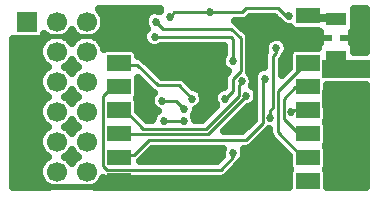
<source format=gbl>
G04 DipTrace Beta 2.3.5.2*
%IN4chRemix.GBL*%
%MOIN*%
%ADD13C,0.01*%
%ADD14C,0.015*%
%ADD15C,0.018*%
%ADD16C,0.02*%
%ADD17C,0.025*%
%ADD18C,0.028*%
%ADD32R,0.16X0.06*%
%ADD33R,0.071X0.041*%
%ADD34R,0.049X0.024*%
%ADD37R,0.0669X0.0669*%
%ADD38C,0.0669*%
%ADD39C,0.027*%
%FSLAX44Y44*%
G04*
G70*
G90*
G75*
G01*
%LNBottom*%
%LPD*%
X3826Y4425D2*
D13*
X3888Y4363D1*
X4437D1*
X5125Y3676D1*
X5812D1*
X6250Y3238D1*
X3826Y3638D2*
X3676Y3488D1*
X3448D1*
X3290Y3330D1*
Y1000D1*
X3427Y863D1*
X7213D1*
X7625Y1275D1*
Y1426D1*
X750Y4801D2*
D15*
X1259Y5310D1*
X3260D1*
X3357Y5213D1*
X3826D1*
X750Y801D2*
D16*
X1261Y290D1*
X3300D1*
X3498Y488D1*
X3826D1*
X7940Y2540D2*
D14*
X8330Y2930D1*
Y3170D1*
X8350Y3150D1*
Y3690D1*
X8300D1*
X3826Y1276D2*
D13*
X3913Y1363D1*
X4312D1*
X4812Y1863D1*
X8063D1*
X8610Y2411D1*
Y3770D1*
X8690Y3850D1*
Y3900D1*
X3826Y2063D2*
X3838Y2051D1*
X6791D1*
X8070Y3330D1*
X10125Y6000D2*
X10187Y5938D1*
D18*
X11062D1*
Y5905D1*
Y4625D2*
D13*
X11400Y4287D1*
Y4230D1*
X10125Y3638D2*
X10100Y3613D1*
X9688D1*
X9313Y3238D1*
Y2551D1*
X9812Y2051D1*
X10125D1*
Y2063D1*
Y4425D2*
X10063Y4363D1*
X10000D1*
X9125Y3488D1*
Y2113D1*
X9938Y1301D1*
X10125D1*
Y1276D1*
X6000Y2890D2*
X5720Y3170D1*
X5270D1*
X5980Y2500D2*
X5320D1*
X7375Y3238D2*
X7625Y3488D1*
Y3885D1*
X7880Y4140D1*
Y5240D1*
X7560Y5560D1*
X5303D1*
X5063Y5801D1*
X7910Y3820D2*
Y3770D1*
X7812Y3672D1*
Y3322D1*
X6728Y2238D1*
X4625D1*
X4013Y2850D1*
X3826D1*
X7630Y4488D2*
Y5210D1*
X7550Y5290D1*
X5010D1*
X9563Y2801D2*
X9612Y2850D1*
X10125D1*
X9070Y4926D2*
Y4760D1*
X8960Y4650D1*
Y2930D1*
X8875Y2845D1*
Y2600D1*
X5510Y5970D2*
X5653Y6113D1*
X6875D1*
X7933D1*
X8070Y6250D1*
X9120D1*
X9380Y5990D1*
X9500D1*
D39*
X6250Y3238D3*
X7625Y1426D3*
X8690Y3900D3*
X8070Y3330D3*
X6000Y2890D3*
X5270Y3170D3*
X5980Y2500D3*
X5320D3*
X7375Y3238D3*
X5063Y5801D3*
X7910Y3820D3*
X7630Y4488D3*
X5010Y5290D3*
D3*
X9563Y2801D3*
X9070Y4926D3*
X8875Y2600D3*
X5510Y5970D3*
X6875Y6113D3*
X9500Y5990D3*
X7940Y2540D3*
X8570Y1570D3*
X7940Y460D3*
X5820Y1570D3*
X11890Y6020D3*
X9940Y5260D3*
X11940Y360D3*
X4520Y3860D3*
X4880Y4450D3*
X5830Y310D3*
X9020Y5970D3*
X8260Y5600D3*
X8300Y3690D3*
X3331Y5966D2*
D17*
X4696D1*
X11687D2*
X12039D1*
X3347Y5718D2*
X4668D1*
X7843D2*
X9211D1*
X11687D2*
X12039D1*
X3249Y5469D2*
X4649D1*
X8093D2*
X10438D1*
X11687D2*
X12039D1*
X310Y5220D2*
X1324D1*
X2175D2*
X2324D1*
X3175D2*
X4614D1*
X8199D2*
X8805D1*
X9335D2*
X10492D1*
X11632D2*
X12039D1*
X310Y4972D2*
X1172D1*
X3328D2*
X4778D1*
X5242D2*
X7309D1*
X8199D2*
X8668D1*
X9472D2*
X10438D1*
X11687D2*
X12039D1*
X310Y4723D2*
X1153D1*
X4484D2*
X7305D1*
X8199D2*
X8649D1*
X310Y4474D2*
X1246D1*
X4769D2*
X7227D1*
X8199D2*
X8641D1*
X9281D2*
X9461D1*
X310Y4225D2*
X1332D1*
X2167D2*
X2332D1*
X5019D2*
X7332D1*
X8199D2*
X8469D1*
X9281D2*
X9422D1*
X310Y3977D2*
X1172D1*
X5265D2*
X7321D1*
X310Y3728D2*
X1149D1*
X4488D2*
X4632D1*
X6203D2*
X7305D1*
X310Y3479D2*
X1242D1*
X4488D2*
X4879D1*
X6570D2*
X7055D1*
X10789D2*
X12039D1*
X310Y3231D2*
X1336D1*
X2164D2*
X2336D1*
X4456D2*
X4871D1*
X6656D2*
X6969D1*
X10753D2*
X12039D1*
X310Y2982D2*
X1176D1*
X4488D2*
X4914D1*
X6554D2*
X7031D1*
X10789D2*
X12039D1*
X310Y2733D2*
X1149D1*
X4574D2*
X4996D1*
X6371D2*
X6781D1*
X7914D2*
X8289D1*
X10789D2*
X12039D1*
X310Y2485D2*
X1239D1*
X7667D2*
X8242D1*
X10761D2*
X12039D1*
X310Y2236D2*
X1344D1*
X2156D2*
X2344D1*
X7417D2*
X7992D1*
X10789D2*
X12039D1*
X310Y1987D2*
X1176D1*
X8628D2*
X8832D1*
X10789D2*
X12039D1*
X310Y1739D2*
X1149D1*
X8378D2*
X9059D1*
X10781D2*
X12039D1*
X310Y1490D2*
X1235D1*
X4882D2*
X7227D1*
X8023D2*
X9305D1*
X10789D2*
X12039D1*
X310Y1241D2*
X1348D1*
X2152D2*
X2348D1*
X4632D2*
X7149D1*
X7984D2*
X9461D1*
X10789D2*
X12039D1*
X310Y993D2*
X1180D1*
X7785D2*
X9461D1*
X10789D2*
X12039D1*
X310Y744D2*
X1149D1*
X7535D2*
X9461D1*
X10789D2*
X12039D1*
X310Y495D2*
X1231D1*
X3269D2*
X9461D1*
X10789D2*
X12039D1*
X11609Y5075D2*
X11662D1*
Y4774D1*
X12062Y4775D1*
X12065Y5285D1*
Y6215D1*
X11663D1*
X11662Y5455D1*
X11604D1*
X11607Y5072D1*
X10462Y4929D2*
Y5075D1*
X10521D1*
X10518Y5458D1*
X10462Y5455D1*
Y5498D1*
X9731Y5499D1*
X9609Y5533D1*
X9527Y5611D1*
X9472D1*
X9351Y5640D1*
X9246Y5707D1*
X8997Y5955D1*
X8190Y5953D1*
X8142Y5905D1*
X8034Y5837D1*
X7933Y5818D1*
X7703D1*
X7769Y5769D1*
X8089Y5449D1*
X8156Y5341D1*
X8175Y5240D1*
X8174Y4136D1*
X8203Y4062D1*
X8265Y3955D1*
X8290Y3820D1*
X8270Y3697D1*
X8253Y3666D1*
X8313Y3616D1*
X8314Y3956D1*
X8352Y4074D1*
X8427Y4174D1*
X8529Y4244D1*
X8669Y4277D1*
X8665Y4650D1*
X8697Y4782D1*
X8694Y4982D1*
X8732Y5100D1*
X8807Y5200D1*
X8909Y5270D1*
X9029Y5304D1*
X9154Y5296D1*
X9269Y5250D1*
X9363Y5168D1*
X9425Y5060D1*
X9450Y4926D1*
X9430Y4803D1*
X9371Y4693D1*
X9351Y4675D1*
X9286Y4559D1*
X9255Y4525D1*
Y4037D1*
X9488Y4269D1*
X9486Y4681D1*
X9518Y4801D1*
X9603Y4890D1*
X9731Y4926D1*
X10462D1*
X12066Y3685D2*
X10761D1*
X10764Y3382D1*
X10730Y3259D1*
X10722Y3243D1*
X10764Y3106D1*
Y2594D1*
X10730Y2472D1*
X10722Y2455D1*
X10764Y2319D1*
Y1807D1*
X10730Y1685D1*
X10722Y1668D1*
X10764Y1531D1*
Y1020D1*
X10730Y897D1*
X10722Y881D1*
X10764Y744D1*
Y287D1*
X12065Y285D1*
Y3687D1*
X9486Y1270D2*
Y1336D1*
X8916Y1905D1*
X8849Y2013D1*
X8830Y2113D1*
Y2211D1*
X8271Y1655D1*
X8163Y1587D1*
X8063Y1568D1*
X7980D1*
X8005Y1426D1*
X7985Y1303D1*
X7926Y1193D1*
X7900Y1170D1*
X7867Y1106D1*
X7657Y890D1*
X7422Y655D1*
X7314Y587D1*
X7213Y568D1*
X3427D1*
X3302Y597D1*
X3213Y451D1*
X3127Y360D1*
X3013Y286D1*
X9484Y285D1*
X9486Y744D1*
X9520Y867D1*
X9528Y883D1*
X9486Y1020D1*
Y1270D1*
X4464Y2981D2*
Y2813D1*
X4750Y2533D1*
X4941D1*
X4982Y2674D1*
X5057Y2774D1*
X5124Y2820D1*
X5016Y2887D1*
X4938Y2984D1*
X4896Y3102D1*
X4894Y3226D1*
X4932Y3344D1*
X4986Y3416D1*
X4916Y3467D1*
X4464Y3913D1*
Y3382D1*
X4431Y3259D1*
X4423Y3243D1*
X4464Y3106D1*
Y2981D1*
X3557Y4926D2*
X4219D1*
X4339Y4895D1*
X4428Y4809D1*
X4464Y4681D1*
Y4654D1*
X4492Y4653D1*
X4606Y4605D1*
X4823Y4395D1*
X5250Y3971D1*
X5812D1*
X5937Y3942D1*
X6021Y3884D1*
X6289Y3616D1*
X6334Y3609D1*
X6449Y3562D1*
X6543Y3480D1*
X6605Y3373D1*
X6630Y3238D1*
X6610Y3115D1*
X6551Y3006D1*
X6460Y2921D1*
X6378Y2885D1*
X6360Y2767D1*
X6314Y2682D1*
X6335Y2635D1*
X6356Y2532D1*
X6608Y2535D1*
X7075Y3002D1*
X7043Y3053D1*
X7001Y3170D1*
X6999Y3294D1*
X7037Y3413D1*
X7112Y3512D1*
X7214Y3583D1*
X7331Y3615D1*
X7330Y3885D1*
X7358Y4009D1*
X7416Y4094D1*
X7469Y4146D1*
X7376Y4205D1*
X7298Y4303D1*
X7256Y4420D1*
X7254Y4544D1*
X7292Y4663D1*
X7337Y4722D1*
X7335Y4992D1*
X6550Y4995D1*
X5249D1*
X5106Y4922D1*
X4982Y4911D1*
X4861Y4940D1*
X4756Y5007D1*
X4678Y5104D1*
X4636Y5222D1*
X4634Y5346D1*
X4672Y5464D1*
X4756Y5571D1*
X4731Y5615D1*
X4689Y5732D1*
X4687Y5857D1*
X4725Y5975D1*
X4799Y6075D1*
X4902Y6145D1*
X5022Y6179D1*
X5146Y6171D1*
X5179Y6158D1*
X5190Y6215D1*
X3155D1*
X3202Y6164D1*
X3269Y6058D1*
X3312Y5941D1*
X3330Y5801D1*
X3316Y5677D1*
X3277Y5558D1*
X3213Y5451D1*
X3127Y5360D1*
X3040Y5301D1*
X3114Y5252D1*
X3202Y5164D1*
X3269Y5058D1*
X3312Y4941D1*
X3318Y4899D1*
X3432Y4926D1*
X3557D1*
X1330Y5400D2*
Y5221D1*
X285Y5215D1*
Y285D1*
X1484D1*
X1430Y318D1*
X1334Y397D1*
X1257Y496D1*
X1203Y608D1*
X1175Y730D1*
X1173Y855D1*
X1198Y977D1*
X1248Y1091D1*
X1322Y1192D1*
X1416Y1274D1*
X1460Y1299D1*
X1334Y1397D1*
X1257Y1496D1*
X1203Y1608D1*
X1175Y1730D1*
X1173Y1855D1*
X1198Y1977D1*
X1248Y2091D1*
X1322Y2192D1*
X1416Y2274D1*
X1460Y2299D1*
X1334Y2397D1*
X1257Y2496D1*
X1203Y2608D1*
X1175Y2730D1*
X1173Y2855D1*
X1198Y2977D1*
X1248Y3091D1*
X1322Y3192D1*
X1416Y3274D1*
X1460Y3299D1*
X1334Y3397D1*
X1257Y3496D1*
X1203Y3608D1*
X1175Y3730D1*
X1173Y3855D1*
X1198Y3977D1*
X1248Y4091D1*
X1322Y4192D1*
X1416Y4274D1*
X1460Y4299D1*
X1334Y4397D1*
X1257Y4496D1*
X1203Y4608D1*
X1175Y4730D1*
X1173Y4855D1*
X1198Y4977D1*
X1248Y5091D1*
X1322Y5192D1*
X1416Y5274D1*
X1460Y5299D1*
X1331Y5400D1*
X2247Y5508D2*
X2213Y5451D1*
X2127Y5360D1*
X2040Y5301D1*
X2114Y5252D1*
X2202Y5164D1*
X2250Y5088D1*
X2322Y5192D1*
X2416Y5274D1*
X2460Y5299D1*
X2334Y5397D1*
X2252Y5506D1*
X2247Y4508D2*
X2213Y4451D1*
X2127Y4360D1*
X2040Y4301D1*
X2114Y4252D1*
X2202Y4164D1*
X2250Y4088D1*
X2322Y4192D1*
X2416Y4274D1*
X2460Y4299D1*
X2334Y4397D1*
X2252Y4506D1*
X2247Y3508D2*
X2213Y3451D1*
X2127Y3360D1*
X2040Y3301D1*
X2114Y3252D1*
X2202Y3164D1*
X2250Y3088D1*
X2322Y3192D1*
X2416Y3274D1*
X2460Y3299D1*
X2334Y3397D1*
X2252Y3506D1*
X2247Y2508D2*
X2213Y2451D1*
X2127Y2360D1*
X2040Y2301D1*
X2114Y2252D1*
X2202Y2164D1*
X2250Y2088D1*
X2322Y2192D1*
X2416Y2274D1*
X2460Y2299D1*
X2334Y2397D1*
X2252Y2506D1*
X2247Y1508D2*
X2213Y1451D1*
X2127Y1360D1*
X2040Y1301D1*
X2114Y1252D1*
X2202Y1164D1*
X2250Y1088D1*
X2322Y1192D1*
X2416Y1274D1*
X2460Y1299D1*
X2334Y1397D1*
X2252Y1506D1*
X4524Y1158D2*
X7093Y1160D1*
X7256Y1323D1*
X7249Y1482D1*
X7277Y1567D1*
X4933Y1566D1*
X4523Y1156D1*
X7316Y2158D2*
X7942Y2160D1*
X8315Y2536D1*
Y3040D1*
X8280Y3013D1*
X8166Y2962D1*
X8116Y2958D1*
X7315Y2157D1*
X5245Y4997D2*
X5220Y4973D1*
X5106Y4922D1*
X4982Y4911D1*
X4861Y4940D1*
X4756Y5007D1*
X4678Y5104D1*
X4636Y5222D1*
X4634Y5346D1*
X4672Y5464D1*
X4756Y5571D1*
D32*
X11400Y3230D3*
Y4230D3*
D33*
X11062Y4625D3*
Y5905D3*
D34*
X11433Y5265D3*
X10692D3*
G36*
X10519Y5744D2*
Y6256D1*
X9731D1*
Y5744D1*
X10519D1*
G37*
G36*
Y4957D2*
Y5469D1*
X9731D1*
Y4957D1*
X10519D1*
G37*
G36*
Y4169D2*
Y4681D1*
X9731D1*
Y4169D1*
X10519D1*
G37*
G36*
Y3382D2*
Y3894D1*
X9731D1*
Y3382D1*
X10519D1*
G37*
G36*
Y2594D2*
Y3106D1*
X9731D1*
Y2594D1*
X10519D1*
G37*
G36*
Y1807D2*
Y2319D1*
X9731D1*
Y1807D1*
X10519D1*
G37*
G36*
Y1020D2*
Y1531D1*
X9731D1*
Y1020D1*
X10519D1*
G37*
G36*
Y232D2*
Y744D1*
X9731D1*
Y232D1*
X10519D1*
G37*
G36*
X4219D2*
Y744D1*
X3432D1*
Y232D1*
X4219D1*
G37*
G36*
Y1020D2*
Y1531D1*
X3432D1*
Y1020D1*
X4219D1*
G37*
G36*
Y1807D2*
Y2319D1*
X3432D1*
Y1807D1*
X4219D1*
G37*
G36*
Y2594D2*
Y3106D1*
X3432D1*
Y2594D1*
X4219D1*
G37*
G36*
Y3382D2*
Y3894D1*
X3432D1*
Y3382D1*
X4219D1*
G37*
G36*
Y4169D2*
Y4681D1*
X3432D1*
Y4169D1*
X4219D1*
G37*
G36*
Y4957D2*
Y5469D1*
X3432D1*
Y4957D1*
X4219D1*
G37*
G36*
Y5744D2*
Y6256D1*
X3432D1*
Y5744D1*
X4219D1*
G37*
D37*
X750Y5801D3*
D38*
X1750D3*
X750Y4801D3*
X1750D3*
X750Y3801D3*
X1750D3*
X750Y2801D3*
X1750D3*
X750Y1801D3*
X1750D3*
X750Y801D3*
X1750D3*
X2750Y5801D3*
Y4801D3*
Y3801D3*
Y2801D3*
Y1801D3*
Y801D3*
M02*

</source>
